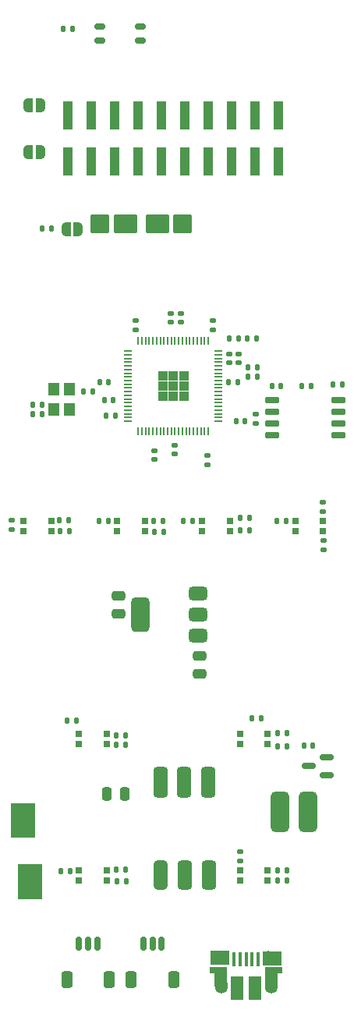
<source format=gbs>
G04 #@! TF.GenerationSoftware,KiCad,Pcbnew,8.0.4*
G04 #@! TF.CreationDate,2024-10-09T19:51:01+11:00*
G04 #@! TF.ProjectId,nokia,6e6f6b69-612e-46b6-9963-61645f706362,rev?*
G04 #@! TF.SameCoordinates,Original*
G04 #@! TF.FileFunction,Soldermask,Bot*
G04 #@! TF.FilePolarity,Negative*
%FSLAX46Y46*%
G04 Gerber Fmt 4.6, Leading zero omitted, Abs format (unit mm)*
G04 Created by KiCad (PCBNEW 8.0.4) date 2024-10-09 19:51:01*
%MOMM*%
%LPD*%
G01*
G04 APERTURE LIST*
G04 Aperture macros list*
%AMRoundRect*
0 Rectangle with rounded corners*
0 $1 Rounding radius*
0 $2 $3 $4 $5 $6 $7 $8 $9 X,Y pos of 4 corners*
0 Add a 4 corners polygon primitive as box body*
4,1,4,$2,$3,$4,$5,$6,$7,$8,$9,$2,$3,0*
0 Add four circle primitives for the rounded corners*
1,1,$1+$1,$2,$3*
1,1,$1+$1,$4,$5*
1,1,$1+$1,$6,$7*
1,1,$1+$1,$8,$9*
0 Add four rect primitives between the rounded corners*
20,1,$1+$1,$2,$3,$4,$5,0*
20,1,$1+$1,$4,$5,$6,$7,0*
20,1,$1+$1,$6,$7,$8,$9,0*
20,1,$1+$1,$8,$9,$2,$3,0*%
%AMFreePoly0*
4,1,17,1.239561,1.918663,1.288452,1.862240,1.300426,1.807198,1.300426,-1.628440,1.279392,-1.700074,1.222969,-1.748965,1.167927,-1.760939,-1.241481,-1.760939,-1.313115,-1.739905,-1.362006,-1.683482,-1.373980,-1.628440,-1.373980,1.807198,-1.352946,1.878832,-1.296523,1.927723,-1.241481,1.939697,1.167927,1.939697,1.239561,1.918663,1.239561,1.918663,$1*%
%AMFreePoly1*
4,1,21,1.481047,1.611465,1.529938,1.555042,1.541912,1.500000,1.541912,-2.069488,1.520878,-2.141122,1.464455,-2.190013,1.409413,-2.201987,-1.000000,-2.201987,-1.071634,-2.180953,-1.120525,-2.124530,-1.132499,-2.069488,-1.132499,-0.453074,-1.143000,-0.381000,-1.143000,0.381000,-1.132499,0.453074,-1.132499,1.500000,-1.111465,1.571634,-1.055042,1.620525,-1.000000,1.632499,1.409413,1.632499,
1.481047,1.611465,1.481047,1.611465,$1*%
%AMFreePoly2*
4,1,19,0.500000,-0.750000,0.000000,-0.750000,0.000000,-0.744911,-0.071157,-0.744911,-0.207708,-0.704816,-0.327430,-0.627875,-0.420627,-0.520320,-0.479746,-0.390866,-0.500000,-0.250000,-0.500000,0.250000,-0.479746,0.390866,-0.420627,0.520320,-0.327430,0.627875,-0.207708,0.704816,-0.071157,0.744911,0.000000,0.744911,0.000000,0.750000,0.500000,0.750000,0.500000,-0.750000,0.500000,-0.750000,
$1*%
%AMFreePoly3*
4,1,19,0.000000,0.744911,0.071157,0.744911,0.207708,0.704816,0.327430,0.627875,0.420627,0.520320,0.479746,0.390866,0.500000,0.250000,0.500000,-0.250000,0.479746,-0.390866,0.420627,-0.520320,0.327430,-0.627875,0.207708,-0.704816,0.071157,-0.744911,0.000000,-0.744911,0.000000,-0.750000,-0.500000,-0.750000,-0.500000,0.750000,0.000000,0.750000,0.000000,0.744911,0.000000,0.744911,
$1*%
G04 Aperture macros list end*
%ADD10RoundRect,0.250000X0.475000X-0.250000X0.475000X0.250000X-0.475000X0.250000X-0.475000X-0.250000X0*%
%ADD11RoundRect,0.150000X0.650000X0.150000X-0.650000X0.150000X-0.650000X-0.150000X0.650000X-0.150000X0*%
%ADD12RoundRect,0.135000X-0.135000X-0.185000X0.135000X-0.185000X0.135000X0.185000X-0.135000X0.185000X0*%
%ADD13RoundRect,0.135000X0.135000X0.185000X-0.135000X0.185000X-0.135000X-0.185000X0.135000X-0.185000X0*%
%ADD14RoundRect,0.150000X0.150000X0.625000X-0.150000X0.625000X-0.150000X-0.625000X0.150000X-0.625000X0*%
%ADD15RoundRect,0.250000X0.350000X0.650000X-0.350000X0.650000X-0.350000X-0.650000X0.350000X-0.650000X0*%
%ADD16RoundRect,0.140000X-0.140000X-0.170000X0.140000X-0.170000X0.140000X0.170000X-0.140000X0.170000X0*%
%ADD17R,0.800000X0.700000*%
%ADD18RoundRect,0.140000X0.170000X-0.140000X0.170000X0.140000X-0.170000X0.140000X-0.170000X-0.140000X0*%
%ADD19RoundRect,0.150000X0.587500X0.150000X-0.587500X0.150000X-0.587500X-0.150000X0.587500X-0.150000X0*%
%ADD20RoundRect,0.250000X-0.475000X0.250000X-0.475000X-0.250000X0.475000X-0.250000X0.475000X0.250000X0*%
%ADD21FreePoly0,180.000000*%
%ADD22FreePoly1,180.000000*%
%ADD23RoundRect,0.055000X-0.055000X-0.335000X0.055000X-0.335000X0.055000X0.335000X-0.055000X0.335000X0*%
%ADD24RoundRect,0.055000X0.335000X-0.055000X0.335000X0.055000X-0.335000X0.055000X-0.335000X-0.055000X0*%
%ADD25C,0.600000*%
%ADD26R,1.133333X1.133333*%
%ADD27RoundRect,0.100000X0.900000X0.900000X-0.900000X0.900000X-0.900000X-0.900000X0.900000X-0.900000X0*%
%ADD28RoundRect,0.100000X1.150000X0.900000X-1.150000X0.900000X-1.150000X-0.900000X1.150000X-0.900000X0*%
%ADD29RoundRect,0.140000X0.140000X0.170000X-0.140000X0.170000X-0.140000X-0.170000X0.140000X-0.170000X0*%
%ADD30FreePoly2,180.000000*%
%ADD31FreePoly3,180.000000*%
%ADD32RoundRect,0.135000X-0.185000X0.135000X-0.185000X-0.135000X0.185000X-0.135000X0.185000X0.135000X0*%
%ADD33RoundRect,0.140000X-0.170000X0.140000X-0.170000X-0.140000X0.170000X-0.140000X0.170000X0.140000X0*%
%ADD34RoundRect,0.150000X0.421500X0.150000X-0.421500X0.150000X-0.421500X-0.150000X0.421500X-0.150000X0*%
%ADD35RoundRect,0.150000X0.446500X0.150000X-0.446500X0.150000X-0.446500X-0.150000X0.446500X-0.150000X0*%
%ADD36RoundRect,0.375000X0.625000X0.375000X-0.625000X0.375000X-0.625000X-0.375000X0.625000X-0.375000X0*%
%ADD37RoundRect,0.500000X0.500000X1.400000X-0.500000X1.400000X-0.500000X-1.400000X0.500000X-1.400000X0*%
%ADD38RoundRect,0.390500X0.390500X-1.281000X0.390500X1.281000X-0.390500X1.281000X-0.390500X-1.281000X0*%
%ADD39RoundRect,0.390500X0.390500X-1.181000X0.390500X1.181000X-0.390500X1.181000X-0.390500X-1.181000X0*%
%ADD40RoundRect,0.400000X0.400000X-1.171500X0.400000X1.171500X-0.400000X1.171500X-0.400000X-1.171500X0*%
%ADD41RoundRect,0.381000X0.381000X-1.190500X0.381000X1.190500X-0.381000X1.190500X-0.381000X-1.190500X0*%
%ADD42R,1.000000X3.150000*%
%ADD43RoundRect,0.500000X0.500000X1.700000X-0.500000X1.700000X-0.500000X-1.700000X0.500000X-1.700000X0*%
%ADD44R,0.400000X1.650000*%
%ADD45R,1.825000X0.700000*%
%ADD46R,2.000000X1.500000*%
%ADD47O,1.350000X1.700000*%
%ADD48R,1.350000X2.000000*%
%ADD49O,1.100000X1.500000*%
%ADD50R,1.430000X2.500000*%
%ADD51RoundRect,0.250000X0.250000X0.475000X-0.250000X0.475000X-0.250000X-0.475000X0.250000X-0.475000X0*%
%ADD52RoundRect,0.135000X0.185000X-0.135000X0.185000X0.135000X-0.185000X0.135000X-0.185000X-0.135000X0*%
%ADD53RoundRect,0.147500X0.147500X0.172500X-0.147500X0.172500X-0.147500X-0.172500X0.147500X-0.172500X0*%
%ADD54R,1.200000X1.400000*%
G04 APERTURE END LIST*
D10*
X36575000Y-84875000D03*
X36575000Y-82975000D03*
D11*
X60400000Y-61725000D03*
X60400000Y-62995000D03*
X60400000Y-64265000D03*
X60400000Y-65535000D03*
X53200000Y-65535000D03*
X53200000Y-64265000D03*
X53200000Y-62995000D03*
X53200000Y-61725000D03*
D12*
X49790000Y-75825000D03*
X50810000Y-75825000D03*
D13*
X31545000Y-21400000D03*
X30525000Y-21400000D03*
D14*
X41250000Y-120750000D03*
X40250000Y-120750000D03*
X39250000Y-120750000D03*
D15*
X42550000Y-124625000D03*
X37950000Y-124625000D03*
D14*
X34250000Y-120750000D03*
X33250000Y-120750000D03*
X32250000Y-120750000D03*
D15*
X35550000Y-124625000D03*
X30950000Y-124625000D03*
D16*
X48520000Y-59800000D03*
X49480000Y-59800000D03*
D13*
X50760000Y-74525000D03*
X49740000Y-74525000D03*
D12*
X36390000Y-113950000D03*
X37410000Y-113950000D03*
D13*
X54860000Y-112775000D03*
X53840000Y-112775000D03*
D12*
X59880000Y-60050000D03*
X60900000Y-60050000D03*
X30280000Y-112875000D03*
X31300000Y-112875000D03*
D17*
X52750000Y-113887500D03*
X49750000Y-113887500D03*
X52750000Y-112787500D03*
X49750000Y-112787500D03*
D18*
X38400000Y-54080000D03*
X38400000Y-53120000D03*
D19*
X59125000Y-100500000D03*
X59125000Y-102400000D03*
X57250000Y-101450000D03*
D18*
X43325000Y-53250000D03*
X43325000Y-52290000D03*
D12*
X53840000Y-99300000D03*
X54860000Y-99300000D03*
D13*
X51620000Y-59200000D03*
X50600000Y-59200000D03*
D18*
X42200000Y-53235000D03*
X42200000Y-52275000D03*
D20*
X45375000Y-89525000D03*
X45375000Y-91425000D03*
D21*
X26178713Y-107300000D03*
D22*
X27178713Y-114300000D03*
D13*
X54835000Y-97850000D03*
X53815000Y-97850000D03*
D16*
X28295000Y-43100000D03*
X29255000Y-43100000D03*
D23*
X46296500Y-65096500D03*
X45896500Y-65096500D03*
X45496500Y-65096500D03*
X45096500Y-65096500D03*
X44696500Y-65096500D03*
X44296500Y-65096500D03*
X43896500Y-65096500D03*
X43496500Y-65096500D03*
X43096500Y-65096500D03*
X42696500Y-65096500D03*
X42296500Y-65096500D03*
X41896500Y-65096500D03*
X41496500Y-65096500D03*
X41096500Y-65096500D03*
X40696500Y-65096500D03*
X40296500Y-65096500D03*
X39896500Y-65096500D03*
X39496500Y-65096500D03*
X39096500Y-65096500D03*
X38696500Y-65096500D03*
D24*
X37600000Y-64000000D03*
X37600000Y-63600000D03*
X37600000Y-63200000D03*
X37600000Y-62800000D03*
X37600000Y-62400000D03*
X37600000Y-62000000D03*
X37600000Y-61600000D03*
X37600000Y-61200000D03*
X37600000Y-60800000D03*
X37600000Y-60400000D03*
X37600000Y-60000000D03*
X37600000Y-59600000D03*
X37600000Y-59200000D03*
X37600000Y-58800000D03*
X37600000Y-58400000D03*
X37600000Y-58000000D03*
X37600000Y-57600000D03*
X37600000Y-57200000D03*
X37600000Y-56800000D03*
X37600000Y-56400000D03*
D23*
X38696500Y-55303500D03*
X39096500Y-55303500D03*
X39496500Y-55303500D03*
X39896500Y-55303500D03*
X40296500Y-55303500D03*
X40696500Y-55303500D03*
X41096500Y-55303500D03*
X41496500Y-55303500D03*
X41896500Y-55303500D03*
X42296500Y-55303500D03*
X42696500Y-55303500D03*
X43096500Y-55303500D03*
X43496500Y-55303500D03*
X43896500Y-55303500D03*
X44296500Y-55303500D03*
X44696500Y-55303500D03*
X45096500Y-55303500D03*
X45496500Y-55303500D03*
X45896500Y-55303500D03*
X46296500Y-55303500D03*
D24*
X47393000Y-56400000D03*
X47393000Y-56800000D03*
X47393000Y-57200000D03*
X47393000Y-57600000D03*
X47393000Y-58000000D03*
X47393000Y-58400000D03*
X47393000Y-58800000D03*
X47393000Y-59200000D03*
X47393000Y-59600000D03*
X47393000Y-60000000D03*
X47393000Y-60400000D03*
X47393000Y-60800000D03*
X47393000Y-61200000D03*
X47393000Y-61600000D03*
X47393000Y-62000000D03*
X47393000Y-62400000D03*
X47393000Y-62800000D03*
X47393000Y-63200000D03*
X47393000Y-63600000D03*
X47393000Y-64000000D03*
D25*
X41363167Y-61333333D03*
D26*
X41363167Y-61333333D03*
D25*
X42496500Y-61333333D03*
D26*
X42496500Y-61333333D03*
D25*
X43629833Y-61333333D03*
D26*
X43629833Y-61333333D03*
D25*
X41363167Y-60200000D03*
D26*
X41363167Y-60200000D03*
D25*
X42496500Y-60200000D03*
D26*
X42496500Y-60200000D03*
D25*
X43629833Y-60200000D03*
D26*
X43629833Y-60200000D03*
D25*
X41363167Y-59066667D03*
D26*
X41363167Y-59066667D03*
D25*
X42496500Y-59066667D03*
D26*
X42496500Y-59066667D03*
D25*
X43629833Y-59066667D03*
D26*
X43629833Y-59066667D03*
D17*
X35250000Y-113887500D03*
X32250000Y-113887500D03*
X35250000Y-112787500D03*
X32250000Y-112787500D03*
X48625000Y-75900000D03*
X45625000Y-75900000D03*
X48625000Y-74800000D03*
X45625000Y-74800000D03*
X52750000Y-99050000D03*
X49750000Y-99050000D03*
X52750000Y-97950000D03*
X49750000Y-97950000D03*
X35250000Y-99050000D03*
X32250000Y-99050000D03*
X35250000Y-97950000D03*
X32250000Y-97950000D03*
D27*
X43538102Y-42600000D03*
D28*
X40788102Y-42600000D03*
X37288102Y-42600000D03*
D27*
X34538102Y-42600000D03*
D13*
X41410000Y-74850000D03*
X40390000Y-74850000D03*
D12*
X34415000Y-74825000D03*
X35435000Y-74825000D03*
D16*
X49325000Y-64025000D03*
X50285000Y-64025000D03*
D17*
X39400000Y-75900000D03*
X36400000Y-75900000D03*
X39400000Y-74800000D03*
X36400000Y-74800000D03*
D29*
X49560000Y-55000000D03*
X48600000Y-55000000D03*
D13*
X52060000Y-96250000D03*
X51040000Y-96250000D03*
D16*
X53240000Y-60225000D03*
X54200000Y-60225000D03*
D12*
X40415000Y-76025000D03*
X41435000Y-76025000D03*
D18*
X48600000Y-57680000D03*
X48600000Y-56720000D03*
D12*
X36305000Y-99150000D03*
X37325000Y-99150000D03*
D30*
X32150000Y-43150000D03*
D31*
X30850000Y-43150000D03*
D29*
X36200000Y-63400000D03*
X35240000Y-63400000D03*
D32*
X51475000Y-63225000D03*
X51475000Y-64245000D03*
D33*
X40475000Y-67190000D03*
X40475000Y-68150000D03*
D32*
X58750000Y-72815000D03*
X58750000Y-73835000D03*
D34*
X38928500Y-21200000D03*
D35*
X34546500Y-21200000D03*
D34*
X38928500Y-22700000D03*
D35*
X34550000Y-22700000D03*
D29*
X28230000Y-62250000D03*
X27270000Y-62250000D03*
D12*
X31005000Y-96475000D03*
X32025000Y-96475000D03*
D29*
X28230000Y-63250000D03*
X27270000Y-63250000D03*
D13*
X33760000Y-60750000D03*
X32740000Y-60750000D03*
D30*
X28075000Y-34750000D03*
D31*
X26775000Y-34750000D03*
D36*
X45225000Y-82725000D03*
X45225000Y-85025000D03*
D37*
X38925000Y-85025000D03*
D36*
X45225000Y-87325000D03*
D29*
X35980000Y-61675000D03*
X35020000Y-61675000D03*
D13*
X37335000Y-98150000D03*
X36315000Y-98150000D03*
D38*
X46300000Y-103200000D03*
X43700000Y-103200000D03*
X41100000Y-103200000D03*
D39*
X46338000Y-113243000D03*
D40*
X43719000Y-113243000D03*
D41*
X41119000Y-113243000D03*
D18*
X46800000Y-54080000D03*
X46800000Y-53120000D03*
D17*
X58775000Y-75900000D03*
X55775000Y-75900000D03*
X58775000Y-74800000D03*
X55775000Y-74800000D03*
D18*
X49600000Y-57680000D03*
X49600000Y-56720000D03*
D13*
X51620000Y-58200000D03*
X50600000Y-58200000D03*
D32*
X58800000Y-76915000D03*
X58800000Y-77935000D03*
D29*
X35480000Y-59800000D03*
X34520000Y-59800000D03*
D13*
X51510000Y-55000000D03*
X50490000Y-55000000D03*
D32*
X49775000Y-110705000D03*
X49775000Y-111725000D03*
D42*
X31045000Y-30775000D03*
X31045000Y-35825000D03*
X33585000Y-30775000D03*
X33585000Y-35825000D03*
X36125000Y-30775000D03*
X36125000Y-35825000D03*
X38665000Y-30775000D03*
X38665000Y-35825000D03*
X41205000Y-30775000D03*
X41205000Y-35825000D03*
X43745000Y-30775000D03*
X43745000Y-35825000D03*
X46285000Y-30775000D03*
X46285000Y-35825000D03*
X48825000Y-30775000D03*
X48825000Y-35825000D03*
X51365000Y-30775000D03*
X51365000Y-35825000D03*
X53905000Y-30775000D03*
X53905000Y-35825000D03*
D43*
X54100000Y-106400000D03*
X57100000Y-106400000D03*
D12*
X53715000Y-74800000D03*
X54735000Y-74800000D03*
D30*
X28075000Y-29675000D03*
D31*
X26775000Y-29675000D03*
D12*
X56430000Y-60150000D03*
X57450000Y-60150000D03*
D44*
X51725000Y-122400000D03*
X51075000Y-122400000D03*
X50425000Y-122400000D03*
X49775000Y-122400000D03*
X49125000Y-122400000D03*
D45*
X53375000Y-123600000D03*
D46*
X53275000Y-122300000D03*
D47*
X53155000Y-125280000D03*
D48*
X53155000Y-124350000D03*
D49*
X52845000Y-122280000D03*
D50*
X51385000Y-125550000D03*
X49465000Y-125550000D03*
D49*
X48005000Y-122280000D03*
D47*
X47695000Y-125280000D03*
D48*
X47675000Y-124350000D03*
D46*
X47525000Y-122280000D03*
D45*
X47425000Y-123600000D03*
D51*
X37225000Y-104450000D03*
X35325000Y-104450000D03*
D12*
X53865000Y-113875000D03*
X54885000Y-113875000D03*
D52*
X24925000Y-75795000D03*
X24925000Y-74775000D03*
D33*
X46225000Y-67745000D03*
X46225000Y-68705000D03*
D53*
X57670000Y-99200000D03*
X56700000Y-99200000D03*
D12*
X43565000Y-74800000D03*
X44585000Y-74800000D03*
X30190000Y-75950000D03*
X31210000Y-75950000D03*
D13*
X31160000Y-74775000D03*
X30140000Y-74775000D03*
D17*
X29250000Y-75900000D03*
X26250000Y-75900000D03*
X29250000Y-74800000D03*
X26250000Y-74800000D03*
D54*
X29550000Y-62700000D03*
X29550000Y-60500000D03*
X31250000Y-60500000D03*
X31250000Y-62700000D03*
D13*
X37360000Y-112725000D03*
X36340000Y-112725000D03*
D33*
X42625000Y-66600000D03*
X42625000Y-67560000D03*
M02*

</source>
